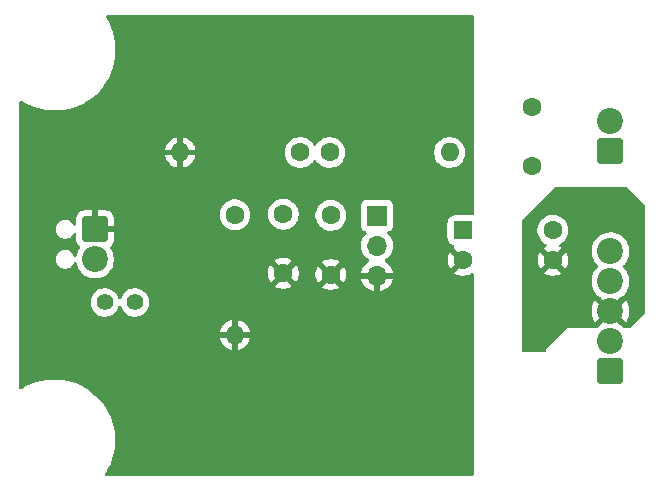
<source format=gbl>
%TF.GenerationSoftware,KiCad,Pcbnew,9.0.1+1*%
%TF.CreationDate,2025-12-31T05:22:49+00:00*%
%TF.ProjectId,WALKIN_PIR_IF,57414c4b-494e-45f5-9049-525f49462e6b,A*%
%TF.SameCoordinates,Original*%
%TF.FileFunction,Copper,L2,Bot*%
%TF.FilePolarity,Positive*%
%FSLAX46Y46*%
G04 Gerber Fmt 4.6, Leading zero omitted, Abs format (unit mm)*
G04 Created by KiCad (PCBNEW 9.0.1+1) date 2025-12-31 05:22:49*
%MOMM*%
%LPD*%
G01*
G04 APERTURE LIST*
G04 Aperture macros list*
%AMRoundRect*
0 Rectangle with rounded corners*
0 $1 Rounding radius*
0 $2 $3 $4 $5 $6 $7 $8 $9 X,Y pos of 4 corners*
0 Add a 4 corners polygon primitive as box body*
4,1,4,$2,$3,$4,$5,$6,$7,$8,$9,$2,$3,0*
0 Add four circle primitives for the rounded corners*
1,1,$1+$1,$2,$3*
1,1,$1+$1,$4,$5*
1,1,$1+$1,$6,$7*
1,1,$1+$1,$8,$9*
0 Add four rect primitives between the rounded corners*
20,1,$1+$1,$2,$3,$4,$5,0*
20,1,$1+$1,$4,$5,$6,$7,0*
20,1,$1+$1,$6,$7,$8,$9,0*
20,1,$1+$1,$8,$9,$2,$3,0*%
G04 Aperture macros list end*
%TA.AperFunction,ComponentPad*%
%ADD10RoundRect,0.249999X0.850001X-0.850001X0.850001X0.850001X-0.850001X0.850001X-0.850001X-0.850001X0*%
%TD*%
%TA.AperFunction,ComponentPad*%
%ADD11C,2.200000*%
%TD*%
%TA.AperFunction,ComponentPad*%
%ADD12C,1.600000*%
%TD*%
%TA.AperFunction,ComponentPad*%
%ADD13RoundRect,0.250000X-0.550000X-0.550000X0.550000X-0.550000X0.550000X0.550000X-0.550000X0.550000X0*%
%TD*%
%TA.AperFunction,ComponentPad*%
%ADD14O,1.600000X1.600000*%
%TD*%
%TA.AperFunction,ComponentPad*%
%ADD15RoundRect,0.249999X-0.850001X0.850001X-0.850001X-0.850001X0.850001X-0.850001X0.850001X0.850001X0*%
%TD*%
%TA.AperFunction,ComponentPad*%
%ADD16C,1.400000*%
%TD*%
%TA.AperFunction,ComponentPad*%
%ADD17R,1.700000X1.700000*%
%TD*%
%TA.AperFunction,ComponentPad*%
%ADD18O,1.700000X1.700000*%
%TD*%
%TA.AperFunction,ViaPad*%
%ADD19C,0.600000*%
%TD*%
G04 APERTURE END LIST*
D10*
%TO.P,J2,1,Pin_1*%
%TO.N,/NTC2*%
X173467500Y-108071101D03*
D11*
%TO.P,J2,2,Pin_2*%
%TO.N,/NTC1*%
X173467500Y-105531101D03*
%TO.P,J2,3,Pin_3*%
%TO.N,/COM*%
X173467500Y-102991101D03*
%TO.P,J2,4,Pin_4*%
%TO.N,/DIN2*%
X173467500Y-100451101D03*
%TO.P,J2,5,Pin_5*%
%TO.N,/DIN1*%
X173467500Y-97911101D03*
%TD*%
D12*
%TO.P,C1,1*%
%TO.N,VDD*%
X145770000Y-94781101D03*
%TO.P,C1,2*%
%TO.N,GND*%
X145770000Y-99781101D03*
%TD*%
%TO.P,C2,1*%
%TO.N,VDD*%
X149790000Y-94881101D03*
%TO.P,C2,2*%
%TO.N,GND*%
X149790000Y-99881101D03*
%TD*%
D13*
%TO.P,U1,1*%
%TO.N,/PIR_SIG*%
X160970000Y-96146101D03*
D12*
%TO.P,U1,2*%
%TO.N,GND*%
X160970000Y-98686101D03*
%TO.P,U1,3*%
%TO.N,/COM*%
X168590000Y-98686101D03*
%TO.P,U1,4*%
%TO.N,/DIN1*%
X168590000Y-96146101D03*
%TD*%
%TO.P,R2,1*%
%TO.N,Net-(S1-VOUT)*%
X149690000Y-89551101D03*
D14*
%TO.P,R2,2*%
%TO.N,/PIR_SIG*%
X159850000Y-89551101D03*
%TD*%
D15*
%TO.P,J1,1,VBAT+*%
%TO.N,GND*%
X129830000Y-96061101D03*
D11*
%TO.P,J1,2,VBAT-*%
%TO.N,/VBAT*%
X129830000Y-98601101D03*
%TD*%
D16*
%TO.P,JP1,1,A*%
%TO.N,/VBAT*%
X130650000Y-102241101D03*
%TO.P,JP1,2,B*%
%TO.N,Net-(JP1-B)*%
X133190000Y-102241101D03*
%TD*%
D12*
%TO.P,C3,1*%
%TO.N,/NTC1*%
X166840000Y-90721101D03*
%TO.P,C3,2*%
%TO.N,/NTC2*%
X166840000Y-85721101D03*
%TD*%
%TO.P,R1,1*%
%TO.N,VDD*%
X141670000Y-94821101D03*
D14*
%TO.P,R1,2*%
%TO.N,GND*%
X141670000Y-104981101D03*
%TD*%
D10*
%TO.P,J3,1,VBAT-*%
%TO.N,/NTC1*%
X173467500Y-89451101D03*
D11*
%TO.P,J3,2,VBAT+*%
%TO.N,/NTC2*%
X173467500Y-86911101D03*
%TD*%
D17*
%TO.P,S1,1,VCC*%
%TO.N,VDD*%
X153700000Y-94896101D03*
D18*
%TO.P,S1,2,VOUT*%
%TO.N,Net-(S1-VOUT)*%
X153700000Y-97436101D03*
%TO.P,S1,3,GND*%
%TO.N,GND*%
X153700000Y-99976101D03*
%TD*%
D12*
%TO.P,R3,1*%
%TO.N,Net-(S1-VOUT)*%
X147210000Y-89551101D03*
D14*
%TO.P,R3,2*%
%TO.N,GND*%
X137050000Y-89551101D03*
%TD*%
D19*
%TO.N,GND*%
X136890000Y-102731101D03*
%TO.N,/COM*%
X168830000Y-104371101D03*
X175660000Y-95091101D03*
%TD*%
%TA.AperFunction,Conductor*%
%TO.N,/COM*%
G36*
X174875677Y-92460786D02*
G01*
X174896319Y-92477420D01*
X176313681Y-93894782D01*
X176347166Y-93956105D01*
X176350000Y-93982463D01*
X176350000Y-103139739D01*
X176330315Y-103206778D01*
X176313681Y-103227420D01*
X175136319Y-104404782D01*
X175074996Y-104438267D01*
X175048638Y-104441101D01*
X174692311Y-104441101D01*
X174625272Y-104421416D01*
X174604630Y-104404782D01*
X174510154Y-104310306D01*
X174510149Y-104310302D01*
X174306346Y-104162231D01*
X174280479Y-104149051D01*
X174249094Y-104126248D01*
X173637734Y-103514888D01*
X173679792Y-103503619D01*
X173805208Y-103431211D01*
X173907610Y-103328809D01*
X173980018Y-103203393D01*
X173991287Y-103161335D01*
X174761750Y-103931799D01*
X174761750Y-103931798D01*
X174835942Y-103829682D01*
X174835946Y-103829676D01*
X174950280Y-103605285D01*
X175028102Y-103365770D01*
X175067500Y-103117029D01*
X175067500Y-102865172D01*
X175028102Y-102616431D01*
X174950280Y-102376916D01*
X174835942Y-102152517D01*
X174761750Y-102050402D01*
X174761750Y-102050401D01*
X173991287Y-102820865D01*
X173980018Y-102778809D01*
X173907610Y-102653393D01*
X173805208Y-102550991D01*
X173679792Y-102478583D01*
X173637732Y-102467313D01*
X174249094Y-101855952D01*
X174280475Y-101833152D01*
X174306345Y-101819971D01*
X174510156Y-101671894D01*
X174688293Y-101493757D01*
X174836370Y-101289946D01*
X174950741Y-101065480D01*
X175028590Y-100825886D01*
X175068000Y-100577063D01*
X175068000Y-100325139D01*
X175028590Y-100076316D01*
X174950741Y-99836722D01*
X174950739Y-99836719D01*
X174950739Y-99836717D01*
X174909247Y-99755285D01*
X174836370Y-99612256D01*
X174690892Y-99412022D01*
X174688298Y-99408451D01*
X174688294Y-99408446D01*
X174548630Y-99268782D01*
X174515145Y-99207459D01*
X174520129Y-99137767D01*
X174548630Y-99093420D01*
X174602396Y-99039654D01*
X174688293Y-98953757D01*
X174836370Y-98749946D01*
X174950741Y-98525480D01*
X175028590Y-98285886D01*
X175068000Y-98037063D01*
X175068000Y-97785139D01*
X175028590Y-97536316D01*
X174950741Y-97296722D01*
X174950739Y-97296719D01*
X174950739Y-97296717D01*
X174909247Y-97215285D01*
X174836370Y-97072256D01*
X174779020Y-96993320D01*
X174688298Y-96868451D01*
X174688294Y-96868446D01*
X174510154Y-96690306D01*
X174510149Y-96690302D01*
X174306348Y-96542233D01*
X174306347Y-96542232D01*
X174306345Y-96542231D01*
X174236247Y-96506514D01*
X174081883Y-96427861D01*
X173842285Y-96350011D01*
X173593462Y-96310601D01*
X173341538Y-96310601D01*
X173217126Y-96330306D01*
X173092714Y-96350011D01*
X172853116Y-96427861D01*
X172628651Y-96542233D01*
X172424850Y-96690302D01*
X172424845Y-96690306D01*
X172246705Y-96868446D01*
X172246701Y-96868451D01*
X172098632Y-97072252D01*
X171984260Y-97296717D01*
X171906410Y-97536315D01*
X171867000Y-97785139D01*
X171867000Y-98037062D01*
X171906410Y-98285886D01*
X171984260Y-98525484D01*
X172039267Y-98633440D01*
X172092931Y-98738762D01*
X172098632Y-98749949D01*
X172246701Y-98953750D01*
X172246705Y-98953755D01*
X172386370Y-99093420D01*
X172419855Y-99154743D01*
X172414871Y-99224435D01*
X172386370Y-99268782D01*
X172246705Y-99408446D01*
X172246701Y-99408451D01*
X172098632Y-99612252D01*
X171984260Y-99836717D01*
X171906410Y-100076315D01*
X171867000Y-100325139D01*
X171867000Y-100577062D01*
X171906410Y-100825886D01*
X171984260Y-101065484D01*
X172098632Y-101289949D01*
X172246701Y-101493750D01*
X172246705Y-101493755D01*
X172424845Y-101671895D01*
X172424850Y-101671899D01*
X172628653Y-101819970D01*
X172654518Y-101833149D01*
X172685905Y-101855953D01*
X173297265Y-102467313D01*
X173255208Y-102478583D01*
X173129792Y-102550991D01*
X173027390Y-102653393D01*
X172954982Y-102778809D01*
X172943712Y-102820866D01*
X172173248Y-102050401D01*
X172173247Y-102050402D01*
X172099059Y-102152514D01*
X171984719Y-102376916D01*
X171906897Y-102616431D01*
X171867500Y-102865172D01*
X171867500Y-103117029D01*
X171906897Y-103365770D01*
X171984719Y-103605285D01*
X172099057Y-103829684D01*
X172173248Y-103931798D01*
X172173248Y-103931799D01*
X172943712Y-103161335D01*
X172954982Y-103203393D01*
X173027390Y-103328809D01*
X173129792Y-103431211D01*
X173255208Y-103503619D01*
X173297265Y-103514888D01*
X172685904Y-104126248D01*
X172654523Y-104149049D01*
X172628652Y-104162232D01*
X172424850Y-104310302D01*
X172424845Y-104310306D01*
X172330370Y-104404782D01*
X172269047Y-104438267D01*
X172242689Y-104441101D01*
X169819999Y-104441101D01*
X168010000Y-106251100D01*
X168010000Y-106297101D01*
X167990315Y-106364140D01*
X167937511Y-106409895D01*
X167886000Y-106421101D01*
X166064000Y-106421101D01*
X165996961Y-106401416D01*
X165951206Y-106348612D01*
X165940000Y-106297101D01*
X165940000Y-96043749D01*
X167289500Y-96043749D01*
X167289500Y-96248452D01*
X167321522Y-96450635D01*
X167384781Y-96645324D01*
X167477715Y-96827714D01*
X167598028Y-96993314D01*
X167742786Y-97138072D01*
X167908385Y-97258385D01*
X167908387Y-97258386D01*
X167908390Y-97258388D01*
X167983615Y-97296717D01*
X168001630Y-97305896D01*
X168052426Y-97353871D01*
X168069221Y-97421692D01*
X168046684Y-97487826D01*
X168001630Y-97526866D01*
X167908644Y-97574244D01*
X167864077Y-97606624D01*
X167864077Y-97606625D01*
X168543554Y-98286101D01*
X168537339Y-98286101D01*
X168435606Y-98313360D01*
X168344394Y-98366021D01*
X168269920Y-98440495D01*
X168217259Y-98531707D01*
X168190000Y-98633440D01*
X168190000Y-98639654D01*
X167510524Y-97960178D01*
X167510523Y-97960178D01*
X167478143Y-98004745D01*
X167385244Y-98187069D01*
X167322009Y-98381683D01*
X167290000Y-98583783D01*
X167290000Y-98788418D01*
X167322009Y-98990518D01*
X167385244Y-99185132D01*
X167478141Y-99367451D01*
X167478147Y-99367460D01*
X167510523Y-99412022D01*
X167510524Y-99412023D01*
X168190000Y-98732547D01*
X168190000Y-98738762D01*
X168217259Y-98840495D01*
X168269920Y-98931707D01*
X168344394Y-99006181D01*
X168435606Y-99058842D01*
X168537339Y-99086101D01*
X168543553Y-99086101D01*
X167864076Y-99765575D01*
X167908650Y-99797960D01*
X168090968Y-99890856D01*
X168285582Y-99954091D01*
X168487683Y-99986101D01*
X168692317Y-99986101D01*
X168894417Y-99954091D01*
X169089031Y-99890856D01*
X169271349Y-99797960D01*
X169315921Y-99765575D01*
X168636447Y-99086101D01*
X168642661Y-99086101D01*
X168744394Y-99058842D01*
X168835606Y-99006181D01*
X168910080Y-98931707D01*
X168962741Y-98840495D01*
X168990000Y-98738762D01*
X168990000Y-98732549D01*
X169669474Y-99412023D01*
X169669474Y-99412022D01*
X169701859Y-99367450D01*
X169794755Y-99185132D01*
X169857990Y-98990518D01*
X169890000Y-98788418D01*
X169890000Y-98583783D01*
X169857990Y-98381683D01*
X169794755Y-98187069D01*
X169701859Y-98004751D01*
X169669474Y-97960178D01*
X169669474Y-97960177D01*
X168990000Y-98639652D01*
X168990000Y-98633440D01*
X168962741Y-98531707D01*
X168910080Y-98440495D01*
X168835606Y-98366021D01*
X168744394Y-98313360D01*
X168642661Y-98286101D01*
X168636446Y-98286101D01*
X169229962Y-97692586D01*
X169315922Y-97606625D01*
X169315921Y-97606624D01*
X169271359Y-97574248D01*
X169271350Y-97574242D01*
X169178369Y-97526866D01*
X169127573Y-97478891D01*
X169110778Y-97411070D01*
X169133315Y-97344936D01*
X169178370Y-97305896D01*
X169196385Y-97296717D01*
X169271610Y-97258388D01*
X169321144Y-97222399D01*
X169437213Y-97138072D01*
X169437215Y-97138069D01*
X169437219Y-97138067D01*
X169581966Y-96993320D01*
X169581968Y-96993316D01*
X169581971Y-96993314D01*
X169634732Y-96920691D01*
X169702287Y-96827711D01*
X169795220Y-96645320D01*
X169858477Y-96450635D01*
X169890500Y-96248453D01*
X169890500Y-96043749D01*
X169858477Y-95841567D01*
X169795220Y-95646882D01*
X169795218Y-95646879D01*
X169795218Y-95646877D01*
X169761503Y-95580708D01*
X169702287Y-95464491D01*
X169694556Y-95453850D01*
X169581971Y-95298887D01*
X169437213Y-95154129D01*
X169271613Y-95033816D01*
X169271612Y-95033815D01*
X169271610Y-95033814D01*
X169214653Y-95004792D01*
X169089223Y-94940882D01*
X168894534Y-94877623D01*
X168719995Y-94849979D01*
X168692352Y-94845601D01*
X168487648Y-94845601D01*
X168463329Y-94849452D01*
X168285465Y-94877623D01*
X168090776Y-94940882D01*
X167908386Y-95033816D01*
X167742786Y-95154129D01*
X167598028Y-95298887D01*
X167477715Y-95464487D01*
X167384781Y-95646877D01*
X167321522Y-95841566D01*
X167289500Y-96043749D01*
X165940000Y-96043749D01*
X165940000Y-95402463D01*
X165959685Y-95335424D01*
X165976319Y-95314782D01*
X168813681Y-92477420D01*
X168875004Y-92443935D01*
X168901362Y-92441101D01*
X174808638Y-92441101D01*
X174875677Y-92460786D01*
G37*
%TD.AperFunction*%
%TD*%
%TA.AperFunction,Conductor*%
%TO.N,GND*%
G36*
X161833039Y-77941286D02*
G01*
X161878794Y-77994090D01*
X161890000Y-78045601D01*
X161890000Y-94756356D01*
X161870315Y-94823395D01*
X161817511Y-94869150D01*
X161748353Y-94879094D01*
X161726998Y-94874062D01*
X161672797Y-94856102D01*
X161672795Y-94856101D01*
X161570010Y-94845601D01*
X160369998Y-94845601D01*
X160369981Y-94845602D01*
X160267203Y-94856101D01*
X160267200Y-94856102D01*
X160100668Y-94911286D01*
X160100663Y-94911288D01*
X159951342Y-95003390D01*
X159827289Y-95127443D01*
X159735187Y-95276764D01*
X159735185Y-95276769D01*
X159710355Y-95351703D01*
X159680001Y-95443304D01*
X159680001Y-95443305D01*
X159680000Y-95443305D01*
X159669500Y-95546084D01*
X159669500Y-96746102D01*
X159669501Y-96746119D01*
X159680000Y-96848897D01*
X159680001Y-96848900D01*
X159735185Y-97015432D01*
X159735187Y-97015437D01*
X159765016Y-97063797D01*
X159827288Y-97164757D01*
X159951344Y-97288813D01*
X160100666Y-97380915D01*
X160183152Y-97408248D01*
X160240597Y-97448021D01*
X160267420Y-97512537D01*
X160255105Y-97581313D01*
X160245143Y-97593076D01*
X160244077Y-97606625D01*
X160923553Y-98286101D01*
X160917339Y-98286101D01*
X160815606Y-98313360D01*
X160724394Y-98366021D01*
X160649920Y-98440495D01*
X160597259Y-98531707D01*
X160570000Y-98633440D01*
X160570000Y-98639654D01*
X159890524Y-97960178D01*
X159890523Y-97960178D01*
X159858143Y-98004745D01*
X159765244Y-98187069D01*
X159702009Y-98381683D01*
X159670000Y-98583783D01*
X159670000Y-98788418D01*
X159702009Y-98990518D01*
X159765244Y-99185132D01*
X159858141Y-99367451D01*
X159858147Y-99367460D01*
X159890523Y-99412022D01*
X159890524Y-99412023D01*
X160570000Y-98732547D01*
X160570000Y-98738762D01*
X160597259Y-98840495D01*
X160649920Y-98931707D01*
X160724394Y-99006181D01*
X160815606Y-99058842D01*
X160917339Y-99086101D01*
X160923552Y-99086101D01*
X160244076Y-99765575D01*
X160288650Y-99797960D01*
X160470968Y-99890856D01*
X160665582Y-99954091D01*
X160867683Y-99986101D01*
X161072317Y-99986101D01*
X161274417Y-99954091D01*
X161469031Y-99890856D01*
X161651350Y-99797960D01*
X161693113Y-99767617D01*
X161758919Y-99744136D01*
X161826973Y-99759961D01*
X161875669Y-99810066D01*
X161890000Y-99867934D01*
X161890000Y-116796601D01*
X161870315Y-116863640D01*
X161817511Y-116909395D01*
X161766000Y-116920601D01*
X130797364Y-116920601D01*
X130730325Y-116900916D01*
X130684570Y-116848112D01*
X130674626Y-116778954D01*
X130695788Y-116725479D01*
X130725194Y-116683483D01*
X130949460Y-116295044D01*
X131139018Y-115888537D01*
X131292424Y-115467055D01*
X131408513Y-115033807D01*
X131486399Y-114592090D01*
X131525492Y-114145266D01*
X131525492Y-113696734D01*
X131486399Y-113249910D01*
X131408513Y-112808193D01*
X131292424Y-112374945D01*
X131270258Y-112314045D01*
X131139020Y-111953467D01*
X131139016Y-111953457D01*
X130949464Y-111546965D01*
X130949456Y-111546949D01*
X130935373Y-111522557D01*
X130725194Y-111158517D01*
X130467928Y-110791101D01*
X130467927Y-110791099D01*
X130299493Y-110590368D01*
X130179617Y-110447506D01*
X129862458Y-110130347D01*
X129767216Y-110050429D01*
X129518864Y-109842036D01*
X129151464Y-109584782D01*
X129151447Y-109584770D01*
X128988837Y-109490887D01*
X128763014Y-109360507D01*
X128762998Y-109360499D01*
X128356506Y-109170947D01*
X128356496Y-109170943D01*
X127935015Y-109017538D01*
X127501772Y-108901451D01*
X127501761Y-108901449D01*
X127060059Y-108823565D01*
X126613231Y-108784472D01*
X126613230Y-108784472D01*
X126164698Y-108784472D01*
X126164697Y-108784472D01*
X125717869Y-108823565D01*
X125717867Y-108823565D01*
X125276166Y-108901449D01*
X125276155Y-108901451D01*
X124842912Y-109017538D01*
X124421431Y-109170943D01*
X124421421Y-109170947D01*
X124014929Y-109360499D01*
X124014913Y-109360507D01*
X123626489Y-109584765D01*
X123626464Y-109584781D01*
X123615490Y-109592465D01*
X123549283Y-109614790D01*
X123481516Y-109597776D01*
X123433706Y-109546826D01*
X123420371Y-109490887D01*
X123420371Y-104731101D01*
X140393391Y-104731101D01*
X141354314Y-104731101D01*
X141349920Y-104735495D01*
X141297259Y-104826707D01*
X141270000Y-104928440D01*
X141270000Y-105033762D01*
X141297259Y-105135495D01*
X141349920Y-105226707D01*
X141354314Y-105231101D01*
X140393391Y-105231101D01*
X140402009Y-105285514D01*
X140465244Y-105480130D01*
X140558140Y-105662450D01*
X140678417Y-105827995D01*
X140678417Y-105827996D01*
X140823104Y-105972683D01*
X140988650Y-106092960D01*
X141170968Y-106185855D01*
X141365578Y-106249089D01*
X141420000Y-106257708D01*
X141420000Y-105296787D01*
X141424394Y-105301181D01*
X141515606Y-105353842D01*
X141617339Y-105381101D01*
X141722661Y-105381101D01*
X141824394Y-105353842D01*
X141915606Y-105301181D01*
X141920000Y-105296787D01*
X141920000Y-106257707D01*
X141974421Y-106249089D01*
X142169031Y-106185855D01*
X142351349Y-106092960D01*
X142516894Y-105972683D01*
X142516895Y-105972683D01*
X142661582Y-105827996D01*
X142661582Y-105827995D01*
X142781859Y-105662450D01*
X142874755Y-105480130D01*
X142937990Y-105285514D01*
X142946609Y-105231101D01*
X141985686Y-105231101D01*
X141990080Y-105226707D01*
X142042741Y-105135495D01*
X142070000Y-105033762D01*
X142070000Y-104928440D01*
X142042741Y-104826707D01*
X141990080Y-104735495D01*
X141985686Y-104731101D01*
X142946609Y-104731101D01*
X142937990Y-104676687D01*
X142874755Y-104482071D01*
X142781859Y-104299751D01*
X142661582Y-104134206D01*
X142661582Y-104134205D01*
X142516895Y-103989518D01*
X142351349Y-103869241D01*
X142169029Y-103776345D01*
X141974413Y-103713110D01*
X141920000Y-103704491D01*
X141920000Y-104665415D01*
X141915606Y-104661021D01*
X141824394Y-104608360D01*
X141722661Y-104581101D01*
X141617339Y-104581101D01*
X141515606Y-104608360D01*
X141424394Y-104661021D01*
X141420000Y-104665415D01*
X141420000Y-103704491D01*
X141365586Y-103713110D01*
X141170970Y-103776345D01*
X140988650Y-103869241D01*
X140823105Y-103989518D01*
X140823104Y-103989518D01*
X140678417Y-104134205D01*
X140678417Y-104134206D01*
X140558140Y-104299751D01*
X140465244Y-104482071D01*
X140402009Y-104676687D01*
X140393391Y-104731101D01*
X123420371Y-104731101D01*
X123420371Y-102146614D01*
X129449500Y-102146614D01*
X129449500Y-102335587D01*
X129479059Y-102522219D01*
X129537454Y-102701937D01*
X129623240Y-102870300D01*
X129734310Y-103023174D01*
X129867927Y-103156791D01*
X130020801Y-103267861D01*
X130100347Y-103308391D01*
X130189163Y-103353646D01*
X130189165Y-103353646D01*
X130189168Y-103353648D01*
X130285497Y-103384947D01*
X130368881Y-103412041D01*
X130555514Y-103441601D01*
X130555519Y-103441601D01*
X130744486Y-103441601D01*
X130931118Y-103412041D01*
X131110832Y-103353648D01*
X131279199Y-103267861D01*
X131432073Y-103156791D01*
X131565690Y-103023174D01*
X131676760Y-102870300D01*
X131762547Y-102701933D01*
X131802069Y-102580296D01*
X131841507Y-102522622D01*
X131905866Y-102495424D01*
X131974712Y-102507339D01*
X132026188Y-102554583D01*
X132037931Y-102580297D01*
X132077454Y-102701937D01*
X132163240Y-102870300D01*
X132274310Y-103023174D01*
X132407927Y-103156791D01*
X132560801Y-103267861D01*
X132640347Y-103308391D01*
X132729163Y-103353646D01*
X132729165Y-103353646D01*
X132729168Y-103353648D01*
X132825497Y-103384947D01*
X132908881Y-103412041D01*
X133095514Y-103441601D01*
X133095519Y-103441601D01*
X133284486Y-103441601D01*
X133471118Y-103412041D01*
X133650832Y-103353648D01*
X133819199Y-103267861D01*
X133972073Y-103156791D01*
X134105690Y-103023174D01*
X134216760Y-102870300D01*
X134302547Y-102701933D01*
X134360940Y-102522219D01*
X134365184Y-102495424D01*
X134390500Y-102335587D01*
X134390500Y-102146614D01*
X134360940Y-101959982D01*
X134302545Y-101780264D01*
X134216759Y-101611901D01*
X134105690Y-101459028D01*
X133972073Y-101325411D01*
X133819199Y-101214341D01*
X133753962Y-101181101D01*
X133650836Y-101128555D01*
X133471118Y-101070160D01*
X133284486Y-101040601D01*
X133284481Y-101040601D01*
X133095519Y-101040601D01*
X133095514Y-101040601D01*
X132908881Y-101070160D01*
X132729163Y-101128555D01*
X132560800Y-101214341D01*
X132473579Y-101277711D01*
X132407927Y-101325411D01*
X132407925Y-101325413D01*
X132407924Y-101325413D01*
X132274312Y-101459025D01*
X132274312Y-101459026D01*
X132274310Y-101459028D01*
X132226610Y-101524680D01*
X132163240Y-101611901D01*
X132077454Y-101780264D01*
X132037931Y-101901904D01*
X131998493Y-101959579D01*
X131934134Y-101986777D01*
X131865288Y-101974862D01*
X131813812Y-101927617D01*
X131802069Y-101901904D01*
X131762545Y-101780264D01*
X131676759Y-101611901D01*
X131565690Y-101459028D01*
X131432073Y-101325411D01*
X131279199Y-101214341D01*
X131213962Y-101181101D01*
X131110836Y-101128555D01*
X130931118Y-101070160D01*
X130744486Y-101040601D01*
X130744481Y-101040601D01*
X130555519Y-101040601D01*
X130555514Y-101040601D01*
X130368881Y-101070160D01*
X130189163Y-101128555D01*
X130020800Y-101214341D01*
X129933579Y-101277711D01*
X129867927Y-101325411D01*
X129867925Y-101325413D01*
X129867924Y-101325413D01*
X129734312Y-101459025D01*
X129734312Y-101459026D01*
X129734310Y-101459028D01*
X129686610Y-101524680D01*
X129623240Y-101611901D01*
X129537454Y-101780264D01*
X129479059Y-101959982D01*
X129449500Y-102146614D01*
X123420371Y-102146614D01*
X123420371Y-95982254D01*
X126489500Y-95982254D01*
X126489500Y-96139947D01*
X126520261Y-96294590D01*
X126520264Y-96294602D01*
X126580602Y-96440273D01*
X126580609Y-96440286D01*
X126668210Y-96571389D01*
X126668213Y-96571393D01*
X126779707Y-96682887D01*
X126779711Y-96682890D01*
X126910814Y-96770491D01*
X126910827Y-96770498D01*
X127056498Y-96830836D01*
X127056503Y-96830838D01*
X127211153Y-96861600D01*
X127211156Y-96861601D01*
X127211158Y-96861601D01*
X127368844Y-96861601D01*
X127368845Y-96861600D01*
X127523497Y-96830838D01*
X127669179Y-96770495D01*
X127800289Y-96682890D01*
X127911789Y-96571390D01*
X127958681Y-96501211D01*
X128002779Y-96435215D01*
X128005214Y-96436842D01*
X128045130Y-96395849D01*
X128113199Y-96380090D01*
X128178983Y-96403634D01*
X128221595Y-96459005D01*
X128230000Y-96503881D01*
X128230000Y-96961072D01*
X128230001Y-96961088D01*
X128240494Y-97063797D01*
X128240494Y-97063799D01*
X128295640Y-97230220D01*
X128295645Y-97230231D01*
X128387680Y-97379441D01*
X128387683Y-97379445D01*
X128516425Y-97508187D01*
X128549910Y-97569510D01*
X128544926Y-97639202D01*
X128529063Y-97668752D01*
X128461130Y-97762255D01*
X128461129Y-97762257D01*
X128346760Y-97986717D01*
X128268910Y-98226312D01*
X128263642Y-98259573D01*
X128233711Y-98322707D01*
X128174398Y-98359637D01*
X128104536Y-98358637D01*
X128046304Y-98320026D01*
X128026610Y-98287628D01*
X127999394Y-98221922D01*
X127999390Y-98221915D01*
X127911789Y-98090812D01*
X127911786Y-98090808D01*
X127800292Y-97979314D01*
X127800288Y-97979311D01*
X127669185Y-97891710D01*
X127669172Y-97891703D01*
X127523501Y-97831365D01*
X127523489Y-97831362D01*
X127368845Y-97800601D01*
X127368842Y-97800601D01*
X127211158Y-97800601D01*
X127211155Y-97800601D01*
X127056510Y-97831362D01*
X127056498Y-97831365D01*
X126910827Y-97891703D01*
X126910814Y-97891710D01*
X126779711Y-97979311D01*
X126779707Y-97979314D01*
X126668213Y-98090808D01*
X126668210Y-98090812D01*
X126580609Y-98221915D01*
X126580602Y-98221928D01*
X126520264Y-98367599D01*
X126520261Y-98367611D01*
X126489500Y-98522254D01*
X126489500Y-98679947D01*
X126520261Y-98834590D01*
X126520264Y-98834602D01*
X126580602Y-98980273D01*
X126580609Y-98980286D01*
X126668210Y-99111389D01*
X126668213Y-99111393D01*
X126779707Y-99222887D01*
X126779711Y-99222890D01*
X126910814Y-99310491D01*
X126910827Y-99310498D01*
X127056498Y-99370836D01*
X127056503Y-99370838D01*
X127211153Y-99401600D01*
X127211156Y-99401601D01*
X127211158Y-99401601D01*
X127368844Y-99401601D01*
X127368845Y-99401600D01*
X127523497Y-99370838D01*
X127669179Y-99310495D01*
X127800289Y-99222890D01*
X127911789Y-99111390D01*
X127999394Y-98980280D01*
X128026609Y-98914576D01*
X128070447Y-98860174D01*
X128136741Y-98838108D01*
X128204440Y-98855386D01*
X128252052Y-98906522D01*
X128263642Y-98942629D01*
X128268910Y-98975888D01*
X128346760Y-99215484D01*
X128395173Y-99310498D01*
X128454812Y-99427547D01*
X128461132Y-99439949D01*
X128609201Y-99643750D01*
X128609205Y-99643755D01*
X128787345Y-99821895D01*
X128787350Y-99821899D01*
X128882262Y-99890856D01*
X128991155Y-99969971D01*
X129102506Y-100026707D01*
X129215616Y-100084340D01*
X129215618Y-100084340D01*
X129215621Y-100084342D01*
X129455215Y-100162191D01*
X129704038Y-100201601D01*
X129704039Y-100201601D01*
X129955961Y-100201601D01*
X129955962Y-100201601D01*
X130204785Y-100162191D01*
X130444379Y-100084342D01*
X130668845Y-99969971D01*
X130872656Y-99821894D01*
X131015767Y-99678783D01*
X144470000Y-99678783D01*
X144470000Y-99883418D01*
X144502009Y-100085518D01*
X144565244Y-100280132D01*
X144658141Y-100462451D01*
X144658147Y-100462460D01*
X144690523Y-100507022D01*
X144690524Y-100507023D01*
X145370000Y-99827547D01*
X145370000Y-99833762D01*
X145397259Y-99935495D01*
X145449920Y-100026707D01*
X145524394Y-100101181D01*
X145615606Y-100153842D01*
X145717339Y-100181101D01*
X145723553Y-100181101D01*
X145044076Y-100860575D01*
X145088650Y-100892960D01*
X145270968Y-100985856D01*
X145465582Y-101049091D01*
X145667683Y-101081101D01*
X145872317Y-101081101D01*
X146074417Y-101049091D01*
X146269031Y-100985856D01*
X146451349Y-100892960D01*
X146495921Y-100860575D01*
X146495922Y-100860575D01*
X145816447Y-100181101D01*
X145822661Y-100181101D01*
X145924394Y-100153842D01*
X146015606Y-100101181D01*
X146090080Y-100026707D01*
X146142741Y-99935495D01*
X146170000Y-99833762D01*
X146170000Y-99827549D01*
X146849474Y-100507023D01*
X146849474Y-100507022D01*
X146881859Y-100462450D01*
X146974755Y-100280132D01*
X147037990Y-100085518D01*
X147070000Y-99883418D01*
X147070000Y-99778783D01*
X148490000Y-99778783D01*
X148490000Y-99983418D01*
X148522009Y-100185518D01*
X148585244Y-100380132D01*
X148678141Y-100562451D01*
X148678147Y-100562460D01*
X148710523Y-100607022D01*
X148710524Y-100607023D01*
X149390000Y-99927547D01*
X149390000Y-99933762D01*
X149417259Y-100035495D01*
X149469920Y-100126707D01*
X149544394Y-100201181D01*
X149635606Y-100253842D01*
X149737339Y-100281101D01*
X149743553Y-100281101D01*
X149064076Y-100960575D01*
X149108650Y-100992960D01*
X149290968Y-101085856D01*
X149485582Y-101149091D01*
X149687683Y-101181101D01*
X149892317Y-101181101D01*
X150094417Y-101149091D01*
X150289031Y-101085856D01*
X150471349Y-100992960D01*
X150515921Y-100960575D01*
X149836447Y-100281101D01*
X149842661Y-100281101D01*
X149944394Y-100253842D01*
X150035606Y-100201181D01*
X150110080Y-100126707D01*
X150162741Y-100035495D01*
X150190000Y-99933762D01*
X150190000Y-99927549D01*
X150869474Y-100607023D01*
X150869474Y-100607022D01*
X150901859Y-100562450D01*
X150994755Y-100380132D01*
X151057990Y-100185518D01*
X151060505Y-100169640D01*
X151060505Y-100169639D01*
X151090000Y-99983418D01*
X151090000Y-99778783D01*
X151057990Y-99576683D01*
X150994755Y-99382069D01*
X150901859Y-99199751D01*
X150869474Y-99155178D01*
X150869474Y-99155177D01*
X150190000Y-99834652D01*
X150190000Y-99828440D01*
X150162741Y-99726707D01*
X150110080Y-99635495D01*
X150035606Y-99561021D01*
X149944394Y-99508360D01*
X149842661Y-99481101D01*
X149836446Y-99481101D01*
X150515922Y-98801625D01*
X150515921Y-98801624D01*
X150471359Y-98769248D01*
X150471350Y-98769242D01*
X150289031Y-98676345D01*
X150094417Y-98613110D01*
X149892317Y-98581101D01*
X149687683Y-98581101D01*
X149485582Y-98613110D01*
X149290968Y-98676345D01*
X149108644Y-98769244D01*
X149064077Y-98801624D01*
X149064077Y-98801625D01*
X149743554Y-99481101D01*
X149737339Y-99481101D01*
X149635606Y-99508360D01*
X149544394Y-99561021D01*
X149469920Y-99635495D01*
X149417259Y-99726707D01*
X149390000Y-99828440D01*
X149390000Y-99834654D01*
X148710524Y-99155178D01*
X148710523Y-99155178D01*
X148678143Y-99199745D01*
X148585244Y-99382069D01*
X148522009Y-99576683D01*
X148490000Y-99778783D01*
X147070000Y-99778783D01*
X147070000Y-99678783D01*
X147037990Y-99476683D01*
X146974755Y-99282069D01*
X146881859Y-99099751D01*
X146849474Y-99055178D01*
X146849474Y-99055177D01*
X146170000Y-99734652D01*
X146170000Y-99728440D01*
X146142741Y-99626707D01*
X146090080Y-99535495D01*
X146015606Y-99461021D01*
X145924394Y-99408360D01*
X145822661Y-99381101D01*
X145816446Y-99381101D01*
X146436345Y-98761203D01*
X146495922Y-98701625D01*
X146495921Y-98701624D01*
X146451359Y-98669248D01*
X146451350Y-98669242D01*
X146269031Y-98576345D01*
X146074417Y-98513110D01*
X145872317Y-98481101D01*
X145667683Y-98481101D01*
X145465582Y-98513110D01*
X145270968Y-98576345D01*
X145088644Y-98669244D01*
X145044077Y-98701624D01*
X145044077Y-98701625D01*
X145723554Y-99381101D01*
X145717339Y-99381101D01*
X145615606Y-99408360D01*
X145524394Y-99461021D01*
X145449920Y-99535495D01*
X145397259Y-99626707D01*
X145370000Y-99728440D01*
X145370000Y-99734654D01*
X144690524Y-99055178D01*
X144690523Y-99055178D01*
X144658143Y-99099745D01*
X144565244Y-99282069D01*
X144502009Y-99476683D01*
X144470000Y-99678783D01*
X131015767Y-99678783D01*
X131050793Y-99643757D01*
X131198870Y-99439946D01*
X131313241Y-99215480D01*
X131391090Y-98975886D01*
X131430500Y-98727063D01*
X131430500Y-98475139D01*
X131391090Y-98226316D01*
X131313241Y-97986722D01*
X131313239Y-97986719D01*
X131313239Y-97986717D01*
X131264826Y-97891703D01*
X131198870Y-97762256D01*
X131191233Y-97751745D01*
X131130937Y-97668753D01*
X131107457Y-97602947D01*
X131123283Y-97534893D01*
X131143574Y-97508186D01*
X131272320Y-97379440D01*
X131364354Y-97230231D01*
X131364359Y-97230220D01*
X131419505Y-97063798D01*
X131429999Y-96961087D01*
X131430000Y-96961074D01*
X131430000Y-96311101D01*
X130320748Y-96311101D01*
X130342518Y-96273393D01*
X130380000Y-96133510D01*
X130380000Y-95988692D01*
X130342518Y-95848809D01*
X130320748Y-95811101D01*
X131429999Y-95811101D01*
X131429999Y-95161129D01*
X131429998Y-95161114D01*
X131419505Y-95058404D01*
X131419505Y-95058402D01*
X131364359Y-94891981D01*
X131364354Y-94891970D01*
X131294658Y-94778976D01*
X131294657Y-94778975D01*
X131272317Y-94742757D01*
X131248309Y-94718749D01*
X140369500Y-94718749D01*
X140369500Y-94923452D01*
X140401522Y-95125635D01*
X140464781Y-95320324D01*
X140525411Y-95439314D01*
X140537333Y-95462714D01*
X140557715Y-95502714D01*
X140678028Y-95668314D01*
X140822786Y-95813072D01*
X140905371Y-95873072D01*
X140988390Y-95933388D01*
X141084295Y-95982254D01*
X141170776Y-96026319D01*
X141170778Y-96026319D01*
X141170781Y-96026321D01*
X141217239Y-96041416D01*
X141365465Y-96089578D01*
X141454280Y-96103645D01*
X141567648Y-96121601D01*
X141567649Y-96121601D01*
X141772351Y-96121601D01*
X141772352Y-96121601D01*
X141974534Y-96089578D01*
X142169219Y-96026321D01*
X142351610Y-95933388D01*
X142497201Y-95827611D01*
X142517213Y-95813072D01*
X142517215Y-95813069D01*
X142517219Y-95813067D01*
X142661966Y-95668320D01*
X142661968Y-95668316D01*
X142661971Y-95668314D01*
X142714732Y-95595691D01*
X142782287Y-95502711D01*
X142875220Y-95320320D01*
X142938477Y-95125635D01*
X142970500Y-94923453D01*
X142970500Y-94718749D01*
X142964164Y-94678749D01*
X144469500Y-94678749D01*
X144469500Y-94883452D01*
X144501522Y-95085635D01*
X144564781Y-95280324D01*
X144657715Y-95462714D01*
X144778028Y-95628314D01*
X144922786Y-95773072D01*
X145033604Y-95853584D01*
X145088390Y-95893388D01*
X145204607Y-95952604D01*
X145270776Y-95986319D01*
X145270778Y-95986319D01*
X145270781Y-95986321D01*
X145375137Y-96020228D01*
X145465465Y-96049578D01*
X145538218Y-96061101D01*
X145667648Y-96081601D01*
X145667649Y-96081601D01*
X145872351Y-96081601D01*
X145872352Y-96081601D01*
X146074534Y-96049578D01*
X146269219Y-95986321D01*
X146451610Y-95893388D01*
X146544590Y-95825833D01*
X146617213Y-95773072D01*
X146617215Y-95773069D01*
X146617219Y-95773067D01*
X146761966Y-95628320D01*
X146761968Y-95628316D01*
X146761971Y-95628314D01*
X146853223Y-95502714D01*
X146882287Y-95462711D01*
X146975220Y-95280320D01*
X147038477Y-95085635D01*
X147070500Y-94883453D01*
X147070500Y-94778749D01*
X148489500Y-94778749D01*
X148489500Y-94983452D01*
X148521522Y-95185635D01*
X148584781Y-95380324D01*
X148626760Y-95462711D01*
X148671650Y-95550812D01*
X148677715Y-95562714D01*
X148798028Y-95728314D01*
X148942786Y-95873072D01*
X149093065Y-95982254D01*
X149108390Y-95993388D01*
X149173021Y-96026319D01*
X149290776Y-96086319D01*
X149290778Y-96086319D01*
X149290781Y-96086321D01*
X149395137Y-96120228D01*
X149485465Y-96149578D01*
X149586557Y-96165589D01*
X149687648Y-96181601D01*
X149687649Y-96181601D01*
X149892351Y-96181601D01*
X149892352Y-96181601D01*
X150094534Y-96149578D01*
X150289219Y-96086321D01*
X150471610Y-95993388D01*
X150564590Y-95925833D01*
X150637213Y-95873072D01*
X150637215Y-95873069D01*
X150637219Y-95873067D01*
X150781966Y-95728320D01*
X150781968Y-95728316D01*
X150781971Y-95728314D01*
X150834732Y-95655691D01*
X150902287Y-95562711D01*
X150995220Y-95380320D01*
X151058477Y-95185635D01*
X151090500Y-94983453D01*
X151090500Y-94778749D01*
X151058477Y-94576567D01*
X151038981Y-94516566D01*
X151025985Y-94476566D01*
X150995220Y-94381882D01*
X150995218Y-94381879D01*
X150995218Y-94381877D01*
X150902287Y-94199491D01*
X150806603Y-94067792D01*
X150806602Y-94067789D01*
X150781971Y-94033888D01*
X150781967Y-94033883D01*
X150746320Y-93998236D01*
X152349500Y-93998236D01*
X152349500Y-95793971D01*
X152349501Y-95793977D01*
X152355908Y-95853584D01*
X152406202Y-95988429D01*
X152406206Y-95988436D01*
X152492452Y-96103645D01*
X152492455Y-96103648D01*
X152607664Y-96189894D01*
X152607671Y-96189898D01*
X152739082Y-96238911D01*
X152795016Y-96280782D01*
X152819433Y-96346246D01*
X152804582Y-96414519D01*
X152783431Y-96442774D01*
X152669889Y-96556316D01*
X152544951Y-96728280D01*
X152448444Y-96917686D01*
X152382753Y-97119861D01*
X152355994Y-97288811D01*
X152349500Y-97329814D01*
X152349500Y-97542388D01*
X152382754Y-97752344D01*
X152408429Y-97831364D01*
X152448444Y-97954515D01*
X152544951Y-98143921D01*
X152669890Y-98315887D01*
X152820213Y-98466210D01*
X152992179Y-98591149D01*
X152992181Y-98591150D01*
X152992184Y-98591152D01*
X153001493Y-98595895D01*
X153052290Y-98643867D01*
X153069087Y-98711688D01*
X153046552Y-98777823D01*
X153001502Y-98816863D01*
X152992443Y-98821479D01*
X152820540Y-98946373D01*
X152820535Y-98946377D01*
X152670276Y-99096636D01*
X152670272Y-99096641D01*
X152545379Y-99268543D01*
X152448904Y-99457883D01*
X152383242Y-99659971D01*
X152383242Y-99659974D01*
X152372769Y-99726101D01*
X153266988Y-99726101D01*
X153234075Y-99783108D01*
X153200000Y-99910275D01*
X153200000Y-100041927D01*
X153234075Y-100169094D01*
X153266988Y-100226101D01*
X152372769Y-100226101D01*
X152383242Y-100292227D01*
X152383242Y-100292230D01*
X152448904Y-100494318D01*
X152545379Y-100683658D01*
X152670272Y-100855560D01*
X152670276Y-100855565D01*
X152820535Y-101005824D01*
X152820540Y-101005828D01*
X152992442Y-101130721D01*
X153181782Y-101227196D01*
X153383871Y-101292858D01*
X153450000Y-101303332D01*
X153450000Y-100409113D01*
X153507007Y-100442026D01*
X153634174Y-100476101D01*
X153765826Y-100476101D01*
X153892993Y-100442026D01*
X153950000Y-100409113D01*
X153950000Y-101303331D01*
X154016126Y-101292858D01*
X154016129Y-101292858D01*
X154218217Y-101227196D01*
X154407557Y-101130721D01*
X154579459Y-101005828D01*
X154579464Y-101005824D01*
X154729723Y-100855565D01*
X154729727Y-100855560D01*
X154854620Y-100683658D01*
X154951095Y-100494318D01*
X155016757Y-100292230D01*
X155016757Y-100292227D01*
X155027231Y-100226101D01*
X154133012Y-100226101D01*
X154165925Y-100169094D01*
X154200000Y-100041927D01*
X154200000Y-99910275D01*
X154165925Y-99783108D01*
X154133012Y-99726101D01*
X155027231Y-99726101D01*
X155016757Y-99659974D01*
X155016757Y-99659971D01*
X154951095Y-99457883D01*
X154854620Y-99268543D01*
X154729727Y-99096641D01*
X154729723Y-99096636D01*
X154579464Y-98946377D01*
X154579459Y-98946373D01*
X154407555Y-98821478D01*
X154398500Y-98816864D01*
X154347706Y-98768889D01*
X154330912Y-98701067D01*
X154353451Y-98634933D01*
X154383355Y-98605031D01*
X154390599Y-98599924D01*
X154407816Y-98591152D01*
X154579792Y-98466205D01*
X154730104Y-98315893D01*
X154730106Y-98315889D01*
X154730109Y-98315887D01*
X154855048Y-98143921D01*
X154855047Y-98143921D01*
X154855051Y-98143917D01*
X154951557Y-97954513D01*
X155017246Y-97752344D01*
X155050500Y-97542388D01*
X155050500Y-97329814D01*
X155017246Y-97119858D01*
X154951557Y-96917689D01*
X154855051Y-96728285D01*
X154855049Y-96728282D01*
X154855048Y-96728280D01*
X154730109Y-96556314D01*
X154616569Y-96442774D01*
X154583084Y-96381451D01*
X154588068Y-96311759D01*
X154629940Y-96255826D01*
X154660915Y-96238911D01*
X154792331Y-96189897D01*
X154907546Y-96103647D01*
X154993796Y-95988432D01*
X155044091Y-95853584D01*
X155050500Y-95793974D01*
X155050499Y-93998229D01*
X155044091Y-93938618D01*
X155042326Y-93933887D01*
X154993797Y-93803772D01*
X154993793Y-93803765D01*
X154907547Y-93688556D01*
X154907544Y-93688553D01*
X154792335Y-93602307D01*
X154792328Y-93602303D01*
X154657482Y-93552009D01*
X154657483Y-93552009D01*
X154597883Y-93545602D01*
X154597881Y-93545601D01*
X154597873Y-93545601D01*
X154597864Y-93545601D01*
X152802129Y-93545601D01*
X152802123Y-93545602D01*
X152742516Y-93552009D01*
X152607671Y-93602303D01*
X152607664Y-93602307D01*
X152492455Y-93688553D01*
X152492452Y-93688556D01*
X152406206Y-93803765D01*
X152406202Y-93803772D01*
X152355908Y-93938618D01*
X152352117Y-93973887D01*
X152349501Y-93998224D01*
X152349500Y-93998236D01*
X150746320Y-93998236D01*
X150637213Y-93889129D01*
X150471613Y-93768816D01*
X150471612Y-93768815D01*
X150471610Y-93768814D01*
X150414653Y-93739792D01*
X150289223Y-93675882D01*
X150094534Y-93612623D01*
X149919995Y-93584979D01*
X149892352Y-93580601D01*
X149687648Y-93580601D01*
X149663329Y-93584452D01*
X149485465Y-93612623D01*
X149290776Y-93675882D01*
X149108386Y-93768816D01*
X148942786Y-93889129D01*
X148798028Y-94033887D01*
X148677715Y-94199487D01*
X148584781Y-94381877D01*
X148521522Y-94576566D01*
X148489500Y-94778749D01*
X147070500Y-94778749D01*
X147070500Y-94678749D01*
X147046424Y-94526741D01*
X147038477Y-94476566D01*
X146975218Y-94281877D01*
X146941503Y-94215708D01*
X146882287Y-94099491D01*
X146859257Y-94067792D01*
X146761971Y-93933887D01*
X146617213Y-93789129D01*
X146451613Y-93668816D01*
X146451612Y-93668815D01*
X146451610Y-93668814D01*
X146394653Y-93639792D01*
X146269223Y-93575882D01*
X146074534Y-93512623D01*
X145899995Y-93484979D01*
X145872352Y-93480601D01*
X145667648Y-93480601D01*
X145643329Y-93484452D01*
X145465465Y-93512623D01*
X145270776Y-93575882D01*
X145088386Y-93668816D01*
X144922786Y-93789129D01*
X144778028Y-93933887D01*
X144657715Y-94099487D01*
X144564781Y-94281877D01*
X144501522Y-94476566D01*
X144469500Y-94678749D01*
X142964164Y-94678749D01*
X142940089Y-94526746D01*
X142938477Y-94516566D01*
X142894715Y-94381882D01*
X142875220Y-94321882D01*
X142875218Y-94321879D01*
X142875218Y-94321877D01*
X142841503Y-94255708D01*
X142782287Y-94139491D01*
X142753223Y-94099487D01*
X142661971Y-93973887D01*
X142517213Y-93829129D01*
X142351613Y-93708816D01*
X142351612Y-93708815D01*
X142351610Y-93708814D01*
X142294653Y-93679792D01*
X142169223Y-93615882D01*
X141974534Y-93552623D01*
X141799995Y-93524979D01*
X141772352Y-93520601D01*
X141567648Y-93520601D01*
X141543329Y-93524452D01*
X141365465Y-93552623D01*
X141170776Y-93615882D01*
X140988386Y-93708816D01*
X140822786Y-93829129D01*
X140678028Y-93973887D01*
X140557715Y-94139487D01*
X140464781Y-94321877D01*
X140401522Y-94516566D01*
X140369500Y-94718749D01*
X131248309Y-94718749D01*
X131148344Y-94618784D01*
X131148340Y-94618781D01*
X130999130Y-94526746D01*
X130999119Y-94526741D01*
X130832697Y-94471595D01*
X130729986Y-94461101D01*
X130080000Y-94461101D01*
X130080000Y-95570353D01*
X130042292Y-95548583D01*
X129902409Y-95511101D01*
X129757591Y-95511101D01*
X129617708Y-95548583D01*
X129580000Y-95570353D01*
X129580000Y-94461101D01*
X128930028Y-94461101D01*
X128930012Y-94461102D01*
X128827303Y-94471595D01*
X128827301Y-94471595D01*
X128660880Y-94526741D01*
X128660869Y-94526746D01*
X128511659Y-94618781D01*
X128511655Y-94618784D01*
X128387683Y-94742756D01*
X128387680Y-94742760D01*
X128295645Y-94891970D01*
X128295640Y-94891981D01*
X128240494Y-95058403D01*
X128230000Y-95161114D01*
X128230000Y-95618319D01*
X128210315Y-95685358D01*
X128157511Y-95731113D01*
X128088353Y-95741057D01*
X128024797Y-95712032D01*
X128004105Y-95686100D01*
X128002779Y-95686987D01*
X127911789Y-95550812D01*
X127911786Y-95550808D01*
X127800292Y-95439314D01*
X127800288Y-95439311D01*
X127669185Y-95351710D01*
X127669172Y-95351703D01*
X127523501Y-95291365D01*
X127523489Y-95291362D01*
X127368845Y-95260601D01*
X127368842Y-95260601D01*
X127211158Y-95260601D01*
X127211155Y-95260601D01*
X127056510Y-95291362D01*
X127056498Y-95291365D01*
X126910827Y-95351703D01*
X126910814Y-95351710D01*
X126779711Y-95439311D01*
X126779707Y-95439314D01*
X126668213Y-95550808D01*
X126668210Y-95550812D01*
X126580609Y-95681915D01*
X126580602Y-95681928D01*
X126520264Y-95827599D01*
X126520261Y-95827611D01*
X126489500Y-95982254D01*
X123420371Y-95982254D01*
X123420371Y-89301101D01*
X135773391Y-89301101D01*
X136734314Y-89301101D01*
X136729920Y-89305495D01*
X136677259Y-89396707D01*
X136650000Y-89498440D01*
X136650000Y-89603762D01*
X136677259Y-89705495D01*
X136729920Y-89796707D01*
X136734314Y-89801101D01*
X135773391Y-89801101D01*
X135782009Y-89855514D01*
X135845244Y-90050130D01*
X135938140Y-90232450D01*
X136058417Y-90397995D01*
X136058417Y-90397996D01*
X136203104Y-90542683D01*
X136368650Y-90662960D01*
X136550968Y-90755855D01*
X136745578Y-90819089D01*
X136800000Y-90827708D01*
X136800000Y-89866787D01*
X136804394Y-89871181D01*
X136895606Y-89923842D01*
X136997339Y-89951101D01*
X137102661Y-89951101D01*
X137204394Y-89923842D01*
X137295606Y-89871181D01*
X137300000Y-89866787D01*
X137300000Y-90827707D01*
X137354421Y-90819089D01*
X137549031Y-90755855D01*
X137731349Y-90662960D01*
X137896894Y-90542683D01*
X137896895Y-90542683D01*
X138041582Y-90397996D01*
X138041582Y-90397995D01*
X138161859Y-90232450D01*
X138254755Y-90050130D01*
X138317990Y-89855514D01*
X138326609Y-89801101D01*
X137365686Y-89801101D01*
X137370080Y-89796707D01*
X137422741Y-89705495D01*
X137450000Y-89603762D01*
X137450000Y-89498440D01*
X137436685Y-89448749D01*
X145909500Y-89448749D01*
X145909500Y-89653452D01*
X145941522Y-89855635D01*
X146004781Y-90050324D01*
X146097715Y-90232714D01*
X146218028Y-90398314D01*
X146362786Y-90543072D01*
X146517749Y-90655657D01*
X146528390Y-90663388D01*
X146644607Y-90722604D01*
X146710776Y-90756319D01*
X146710778Y-90756319D01*
X146710781Y-90756321D01*
X146815137Y-90790228D01*
X146905465Y-90819578D01*
X147006557Y-90835589D01*
X147107648Y-90851601D01*
X147107649Y-90851601D01*
X147312351Y-90851601D01*
X147312352Y-90851601D01*
X147514534Y-90819578D01*
X147709219Y-90756321D01*
X147891610Y-90663388D01*
X147984590Y-90595833D01*
X148057213Y-90543072D01*
X148057215Y-90543069D01*
X148057219Y-90543067D01*
X148201966Y-90398320D01*
X148201968Y-90398316D01*
X148201971Y-90398314D01*
X148254732Y-90325691D01*
X148322287Y-90232711D01*
X148339515Y-90198898D01*
X148387490Y-90148103D01*
X148455311Y-90131308D01*
X148521446Y-90153845D01*
X148560485Y-90198899D01*
X148577715Y-90232714D01*
X148698028Y-90398314D01*
X148842786Y-90543072D01*
X148997749Y-90655657D01*
X149008390Y-90663388D01*
X149124607Y-90722604D01*
X149190776Y-90756319D01*
X149190778Y-90756319D01*
X149190781Y-90756321D01*
X149295137Y-90790228D01*
X149385465Y-90819578D01*
X149486557Y-90835589D01*
X149587648Y-90851601D01*
X149587649Y-90851601D01*
X149792351Y-90851601D01*
X149792352Y-90851601D01*
X149994534Y-90819578D01*
X150189219Y-90756321D01*
X150371610Y-90663388D01*
X150464590Y-90595833D01*
X150537213Y-90543072D01*
X150537215Y-90543069D01*
X150537219Y-90543067D01*
X150681966Y-90398320D01*
X150681968Y-90398316D01*
X150681971Y-90398314D01*
X150734732Y-90325691D01*
X150802287Y-90232711D01*
X150895220Y-90050320D01*
X150958477Y-89855635D01*
X150990500Y-89653453D01*
X150990500Y-89448749D01*
X158549500Y-89448749D01*
X158549500Y-89653452D01*
X158581522Y-89855635D01*
X158644781Y-90050324D01*
X158737715Y-90232714D01*
X158858028Y-90398314D01*
X159002786Y-90543072D01*
X159157749Y-90655657D01*
X159168390Y-90663388D01*
X159284607Y-90722604D01*
X159350776Y-90756319D01*
X159350778Y-90756319D01*
X159350781Y-90756321D01*
X159455137Y-90790228D01*
X159545465Y-90819578D01*
X159646557Y-90835589D01*
X159747648Y-90851601D01*
X159747649Y-90851601D01*
X159952351Y-90851601D01*
X159952352Y-90851601D01*
X160154534Y-90819578D01*
X160349219Y-90756321D01*
X160531610Y-90663388D01*
X160624590Y-90595833D01*
X160697213Y-90543072D01*
X160697215Y-90543069D01*
X160697219Y-90543067D01*
X160841966Y-90398320D01*
X160841968Y-90398316D01*
X160841971Y-90398314D01*
X160894732Y-90325691D01*
X160962287Y-90232711D01*
X161055220Y-90050320D01*
X161118477Y-89855635D01*
X161150500Y-89653453D01*
X161150500Y-89448749D01*
X161142257Y-89396707D01*
X161118477Y-89246566D01*
X161055218Y-89051877D01*
X161002470Y-88948355D01*
X160962287Y-88869491D01*
X160954556Y-88858850D01*
X160841971Y-88703887D01*
X160697213Y-88559129D01*
X160531613Y-88438816D01*
X160531612Y-88438815D01*
X160531610Y-88438814D01*
X160474653Y-88409792D01*
X160349223Y-88345882D01*
X160154534Y-88282623D01*
X159979995Y-88254979D01*
X159952352Y-88250601D01*
X159747648Y-88250601D01*
X159723329Y-88254452D01*
X159545465Y-88282623D01*
X159350776Y-88345882D01*
X159168386Y-88438816D01*
X159002786Y-88559129D01*
X158858028Y-88703887D01*
X158737715Y-88869487D01*
X158644781Y-89051877D01*
X158581522Y-89246566D01*
X158549500Y-89448749D01*
X150990500Y-89448749D01*
X150982257Y-89396707D01*
X150958477Y-89246566D01*
X150895218Y-89051877D01*
X150842470Y-88948355D01*
X150802287Y-88869491D01*
X150794556Y-88858850D01*
X150681971Y-88703887D01*
X150537213Y-88559129D01*
X150371613Y-88438816D01*
X150371612Y-88438815D01*
X150371610Y-88438814D01*
X150314653Y-88409792D01*
X150189223Y-88345882D01*
X149994534Y-88282623D01*
X149819995Y-88254979D01*
X149792352Y-88250601D01*
X149587648Y-88250601D01*
X149563329Y-88254452D01*
X149385465Y-88282623D01*
X149190776Y-88345882D01*
X149008386Y-88438816D01*
X148842786Y-88559129D01*
X148698028Y-88703887D01*
X148577713Y-88869489D01*
X148560484Y-88903303D01*
X148512509Y-88954099D01*
X148444688Y-88970893D01*
X148378553Y-88948355D01*
X148339516Y-88903303D01*
X148322286Y-88869489D01*
X148201971Y-88703887D01*
X148057213Y-88559129D01*
X147891613Y-88438816D01*
X147891612Y-88438815D01*
X147891610Y-88438814D01*
X147834653Y-88409792D01*
X147709223Y-88345882D01*
X147514534Y-88282623D01*
X147339995Y-88254979D01*
X147312352Y-88250601D01*
X147107648Y-88250601D01*
X147083329Y-88254452D01*
X146905465Y-88282623D01*
X146710776Y-88345882D01*
X146528386Y-88438816D01*
X146362786Y-88559129D01*
X146218028Y-88703887D01*
X146097715Y-88869487D01*
X146004781Y-89051877D01*
X145941522Y-89246566D01*
X145909500Y-89448749D01*
X137436685Y-89448749D01*
X137422741Y-89396707D01*
X137370080Y-89305495D01*
X137365686Y-89301101D01*
X138326609Y-89301101D01*
X138317990Y-89246687D01*
X138254755Y-89052071D01*
X138161859Y-88869751D01*
X138041582Y-88704206D01*
X138041582Y-88704205D01*
X137896895Y-88559518D01*
X137731349Y-88439241D01*
X137549029Y-88346345D01*
X137354413Y-88283110D01*
X137300000Y-88274491D01*
X137300000Y-89235415D01*
X137295606Y-89231021D01*
X137204394Y-89178360D01*
X137102661Y-89151101D01*
X136997339Y-89151101D01*
X136895606Y-89178360D01*
X136804394Y-89231021D01*
X136800000Y-89235415D01*
X136800000Y-88274491D01*
X136745586Y-88283110D01*
X136550970Y-88346345D01*
X136368650Y-88439241D01*
X136203105Y-88559518D01*
X136203104Y-88559518D01*
X136058417Y-88704205D01*
X136058417Y-88704206D01*
X135938140Y-88869751D01*
X135845244Y-89052071D01*
X135782009Y-89246687D01*
X135773391Y-89301101D01*
X123420371Y-89301101D01*
X123420371Y-85263178D01*
X123440056Y-85196139D01*
X123492860Y-85150384D01*
X123562018Y-85140440D01*
X123615492Y-85161602D01*
X123658013Y-85191375D01*
X124046452Y-85415641D01*
X124046461Y-85415645D01*
X124452953Y-85605197D01*
X124452963Y-85605201D01*
X124874444Y-85758606D01*
X125003153Y-85793093D01*
X125307689Y-85874694D01*
X125749406Y-85952580D01*
X126196228Y-85991672D01*
X126196229Y-85991673D01*
X126196230Y-85991673D01*
X126644763Y-85991673D01*
X126644763Y-85991672D01*
X127091586Y-85952580D01*
X127533303Y-85874694D01*
X127966551Y-85758605D01*
X128388033Y-85605199D01*
X128388038Y-85605197D01*
X128523535Y-85542013D01*
X128794540Y-85415641D01*
X129182979Y-85191375D01*
X129550395Y-84934109D01*
X129893990Y-84645798D01*
X130211149Y-84328639D01*
X130499460Y-83985044D01*
X130756726Y-83617628D01*
X130980992Y-83229189D01*
X131170550Y-82822682D01*
X131199126Y-82744171D01*
X131323957Y-82401196D01*
X131348907Y-82308082D01*
X131440045Y-81967952D01*
X131517931Y-81526235D01*
X131557024Y-81079411D01*
X131557024Y-80630879D01*
X131517931Y-80184055D01*
X131440045Y-79742338D01*
X131323956Y-79309090D01*
X131273004Y-79169099D01*
X131170552Y-78887612D01*
X131170548Y-78887602D01*
X130980996Y-78481110D01*
X130980988Y-78481094D01*
X130765351Y-78107601D01*
X130748878Y-78039701D01*
X130771730Y-77973674D01*
X130826652Y-77930483D01*
X130872738Y-77921601D01*
X161766000Y-77921601D01*
X161833039Y-77941286D01*
G37*
%TD.AperFunction*%
%TD*%
M02*

</source>
